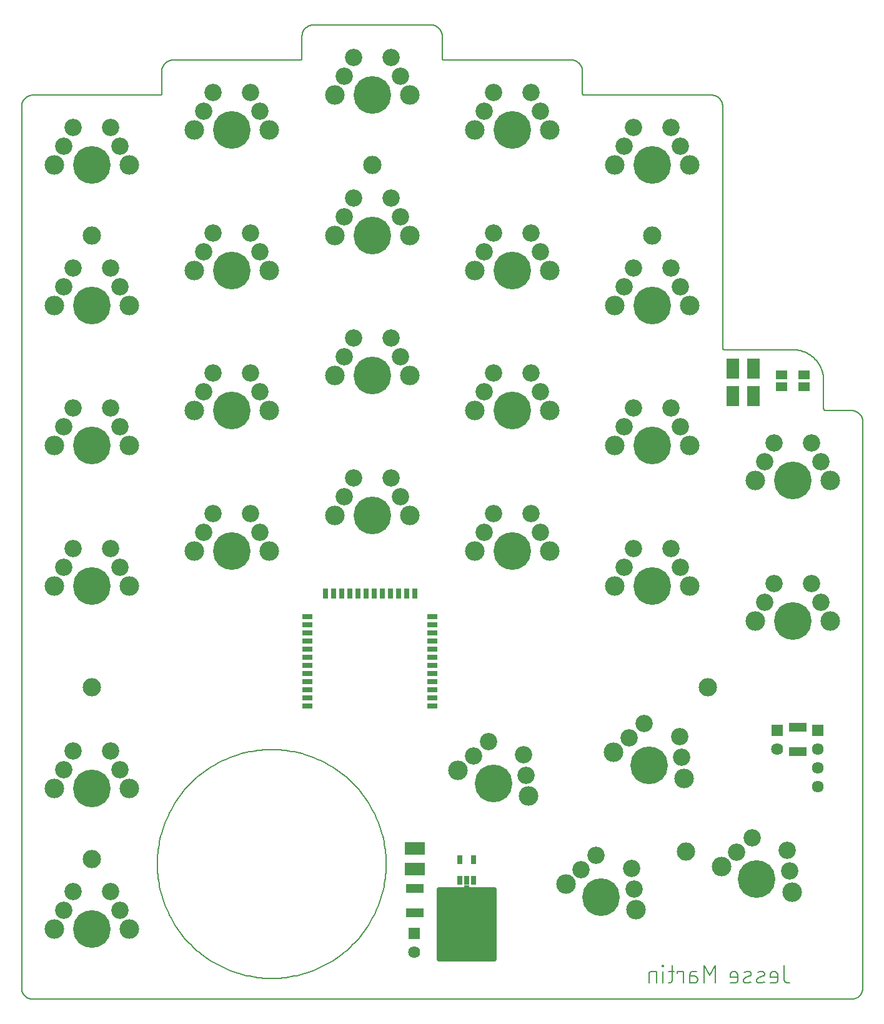
<source format=gbs>
G75*
%MOIN*%
%OFA0B0*%
%FSLAX25Y25*%
%IPPOS*%
%LPD*%
%AMOC8*
5,1,8,0,0,1.08239X$1,22.5*
%
%ADD10C,0.00600*%
%ADD11C,0.00800*%
%ADD12R,0.02756X0.01772*%
%ADD13C,0.02000*%
%ADD14C,0.09250*%
%ADD15C,0.10450*%
%ADD16C,0.20100*%
%ADD17R,0.06337X0.06337*%
%ADD18C,0.06337*%
%ADD19R,0.02900X0.05400*%
%ADD20R,0.05400X0.02900*%
%ADD21R,0.05912X0.04731*%
%ADD22R,0.02762X0.04731*%
%ADD23R,0.11030X0.06699*%
%ADD24R,0.06699X0.11030*%
%ADD25R,0.09455X0.04731*%
%ADD26R,0.06400X0.06400*%
%ADD27C,0.06400*%
%ADD28C,0.09775*%
D10*
X0089883Y0074135D02*
X0089883Y0544607D01*
X0089882Y0544607D02*
X0089884Y0544759D01*
X0089890Y0544911D01*
X0089900Y0545063D01*
X0089913Y0545214D01*
X0089931Y0545365D01*
X0089952Y0545516D01*
X0089978Y0545666D01*
X0090007Y0545815D01*
X0090040Y0545964D01*
X0090077Y0546111D01*
X0090117Y0546258D01*
X0090162Y0546403D01*
X0090210Y0546547D01*
X0090262Y0546690D01*
X0090317Y0546832D01*
X0090376Y0546972D01*
X0090439Y0547111D01*
X0090505Y0547248D01*
X0090575Y0547383D01*
X0090648Y0547516D01*
X0090725Y0547647D01*
X0090805Y0547777D01*
X0090888Y0547904D01*
X0090974Y0548029D01*
X0091064Y0548152D01*
X0091157Y0548272D01*
X0091253Y0548390D01*
X0091352Y0548506D01*
X0091454Y0548619D01*
X0091558Y0548729D01*
X0091666Y0548837D01*
X0091776Y0548941D01*
X0091889Y0549043D01*
X0092005Y0549142D01*
X0092123Y0549238D01*
X0092243Y0549331D01*
X0092366Y0549421D01*
X0092491Y0549507D01*
X0092618Y0549590D01*
X0092748Y0549670D01*
X0092879Y0549747D01*
X0093012Y0549820D01*
X0093147Y0549890D01*
X0093284Y0549956D01*
X0093423Y0550019D01*
X0093563Y0550078D01*
X0093705Y0550133D01*
X0093848Y0550185D01*
X0093992Y0550233D01*
X0094137Y0550278D01*
X0094284Y0550318D01*
X0094431Y0550355D01*
X0094580Y0550388D01*
X0094729Y0550417D01*
X0094879Y0550443D01*
X0095030Y0550464D01*
X0095181Y0550482D01*
X0095332Y0550495D01*
X0095484Y0550505D01*
X0095636Y0550511D01*
X0095788Y0550513D01*
X0163702Y0550513D01*
X0163764Y0550515D01*
X0163825Y0550521D01*
X0163886Y0550530D01*
X0163947Y0550544D01*
X0164006Y0550561D01*
X0164064Y0550582D01*
X0164121Y0550607D01*
X0164176Y0550635D01*
X0164229Y0550666D01*
X0164280Y0550701D01*
X0164329Y0550739D01*
X0164376Y0550780D01*
X0164419Y0550823D01*
X0164460Y0550870D01*
X0164498Y0550919D01*
X0164533Y0550970D01*
X0164564Y0551023D01*
X0164592Y0551078D01*
X0164617Y0551135D01*
X0164638Y0551193D01*
X0164655Y0551252D01*
X0164669Y0551313D01*
X0164678Y0551374D01*
X0164684Y0551435D01*
X0164686Y0551497D01*
X0164686Y0563308D01*
X0164685Y0563308D02*
X0164687Y0563460D01*
X0164693Y0563612D01*
X0164703Y0563764D01*
X0164716Y0563915D01*
X0164734Y0564066D01*
X0164755Y0564217D01*
X0164781Y0564367D01*
X0164810Y0564516D01*
X0164843Y0564665D01*
X0164880Y0564812D01*
X0164920Y0564959D01*
X0164965Y0565104D01*
X0165013Y0565248D01*
X0165065Y0565391D01*
X0165120Y0565533D01*
X0165179Y0565673D01*
X0165242Y0565812D01*
X0165308Y0565949D01*
X0165378Y0566084D01*
X0165451Y0566217D01*
X0165528Y0566348D01*
X0165608Y0566478D01*
X0165691Y0566605D01*
X0165777Y0566730D01*
X0165867Y0566853D01*
X0165960Y0566973D01*
X0166056Y0567091D01*
X0166155Y0567207D01*
X0166257Y0567320D01*
X0166361Y0567430D01*
X0166469Y0567538D01*
X0166579Y0567642D01*
X0166692Y0567744D01*
X0166808Y0567843D01*
X0166926Y0567939D01*
X0167046Y0568032D01*
X0167169Y0568122D01*
X0167294Y0568208D01*
X0167421Y0568291D01*
X0167551Y0568371D01*
X0167682Y0568448D01*
X0167815Y0568521D01*
X0167950Y0568591D01*
X0168087Y0568657D01*
X0168226Y0568720D01*
X0168366Y0568779D01*
X0168508Y0568834D01*
X0168651Y0568886D01*
X0168795Y0568934D01*
X0168940Y0568979D01*
X0169087Y0569019D01*
X0169234Y0569056D01*
X0169383Y0569089D01*
X0169532Y0569118D01*
X0169682Y0569144D01*
X0169833Y0569165D01*
X0169984Y0569183D01*
X0170135Y0569196D01*
X0170287Y0569206D01*
X0170439Y0569212D01*
X0170591Y0569214D01*
X0170591Y0569213D02*
X0238505Y0569213D01*
X0238505Y0569214D02*
X0238567Y0569216D01*
X0238628Y0569222D01*
X0238689Y0569231D01*
X0238750Y0569245D01*
X0238809Y0569262D01*
X0238867Y0569283D01*
X0238924Y0569308D01*
X0238979Y0569336D01*
X0239032Y0569367D01*
X0239083Y0569402D01*
X0239132Y0569440D01*
X0239179Y0569481D01*
X0239222Y0569524D01*
X0239263Y0569571D01*
X0239301Y0569620D01*
X0239336Y0569671D01*
X0239367Y0569724D01*
X0239395Y0569779D01*
X0239420Y0569836D01*
X0239441Y0569894D01*
X0239458Y0569953D01*
X0239472Y0570014D01*
X0239481Y0570075D01*
X0239487Y0570136D01*
X0239489Y0570198D01*
X0239489Y0582009D01*
X0239488Y0582009D02*
X0239490Y0582161D01*
X0239496Y0582313D01*
X0239506Y0582465D01*
X0239519Y0582616D01*
X0239537Y0582767D01*
X0239558Y0582918D01*
X0239584Y0583068D01*
X0239613Y0583217D01*
X0239646Y0583366D01*
X0239683Y0583513D01*
X0239723Y0583660D01*
X0239768Y0583805D01*
X0239816Y0583949D01*
X0239868Y0584092D01*
X0239923Y0584234D01*
X0239982Y0584374D01*
X0240045Y0584513D01*
X0240111Y0584650D01*
X0240181Y0584785D01*
X0240254Y0584918D01*
X0240331Y0585049D01*
X0240411Y0585179D01*
X0240494Y0585306D01*
X0240580Y0585431D01*
X0240670Y0585554D01*
X0240763Y0585674D01*
X0240859Y0585792D01*
X0240958Y0585908D01*
X0241060Y0586021D01*
X0241164Y0586131D01*
X0241272Y0586239D01*
X0241382Y0586343D01*
X0241495Y0586445D01*
X0241611Y0586544D01*
X0241729Y0586640D01*
X0241849Y0586733D01*
X0241972Y0586823D01*
X0242097Y0586909D01*
X0242224Y0586992D01*
X0242354Y0587072D01*
X0242485Y0587149D01*
X0242618Y0587222D01*
X0242753Y0587292D01*
X0242890Y0587358D01*
X0243029Y0587421D01*
X0243169Y0587480D01*
X0243311Y0587535D01*
X0243454Y0587587D01*
X0243598Y0587635D01*
X0243743Y0587680D01*
X0243890Y0587720D01*
X0244037Y0587757D01*
X0244186Y0587790D01*
X0244335Y0587819D01*
X0244485Y0587845D01*
X0244636Y0587866D01*
X0244787Y0587884D01*
X0244938Y0587897D01*
X0245090Y0587907D01*
X0245242Y0587913D01*
X0245394Y0587915D01*
X0245394Y0587914D02*
X0308387Y0587914D01*
X0308387Y0587915D02*
X0308539Y0587913D01*
X0308691Y0587907D01*
X0308843Y0587897D01*
X0308994Y0587884D01*
X0309145Y0587866D01*
X0309296Y0587845D01*
X0309446Y0587819D01*
X0309595Y0587790D01*
X0309744Y0587757D01*
X0309891Y0587720D01*
X0310038Y0587680D01*
X0310183Y0587635D01*
X0310327Y0587587D01*
X0310470Y0587535D01*
X0310612Y0587480D01*
X0310752Y0587421D01*
X0310891Y0587358D01*
X0311028Y0587292D01*
X0311163Y0587222D01*
X0311296Y0587149D01*
X0311427Y0587072D01*
X0311557Y0586992D01*
X0311684Y0586909D01*
X0311809Y0586823D01*
X0311932Y0586733D01*
X0312052Y0586640D01*
X0312170Y0586544D01*
X0312286Y0586445D01*
X0312399Y0586343D01*
X0312509Y0586239D01*
X0312617Y0586131D01*
X0312721Y0586021D01*
X0312823Y0585908D01*
X0312922Y0585792D01*
X0313018Y0585674D01*
X0313111Y0585554D01*
X0313201Y0585431D01*
X0313287Y0585306D01*
X0313370Y0585179D01*
X0313450Y0585049D01*
X0313527Y0584918D01*
X0313600Y0584785D01*
X0313670Y0584650D01*
X0313736Y0584513D01*
X0313799Y0584374D01*
X0313858Y0584234D01*
X0313913Y0584092D01*
X0313965Y0583949D01*
X0314013Y0583805D01*
X0314058Y0583660D01*
X0314098Y0583513D01*
X0314135Y0583366D01*
X0314168Y0583217D01*
X0314197Y0583068D01*
X0314223Y0582918D01*
X0314244Y0582767D01*
X0314262Y0582616D01*
X0314275Y0582465D01*
X0314285Y0582313D01*
X0314291Y0582161D01*
X0314293Y0582009D01*
X0314292Y0582009D02*
X0314292Y0570198D01*
X0314294Y0570136D01*
X0314300Y0570075D01*
X0314309Y0570014D01*
X0314323Y0569953D01*
X0314340Y0569894D01*
X0314361Y0569836D01*
X0314386Y0569779D01*
X0314414Y0569724D01*
X0314445Y0569671D01*
X0314480Y0569620D01*
X0314518Y0569571D01*
X0314559Y0569524D01*
X0314602Y0569481D01*
X0314649Y0569440D01*
X0314698Y0569402D01*
X0314749Y0569367D01*
X0314802Y0569336D01*
X0314857Y0569308D01*
X0314914Y0569283D01*
X0314972Y0569262D01*
X0315031Y0569245D01*
X0315092Y0569231D01*
X0315153Y0569222D01*
X0315214Y0569216D01*
X0315276Y0569214D01*
X0315276Y0569213D02*
X0383190Y0569213D01*
X0383190Y0569214D02*
X0383342Y0569212D01*
X0383494Y0569206D01*
X0383646Y0569196D01*
X0383797Y0569183D01*
X0383948Y0569165D01*
X0384099Y0569144D01*
X0384249Y0569118D01*
X0384398Y0569089D01*
X0384547Y0569056D01*
X0384694Y0569019D01*
X0384841Y0568979D01*
X0384986Y0568934D01*
X0385130Y0568886D01*
X0385273Y0568834D01*
X0385415Y0568779D01*
X0385555Y0568720D01*
X0385694Y0568657D01*
X0385831Y0568591D01*
X0385966Y0568521D01*
X0386099Y0568448D01*
X0386230Y0568371D01*
X0386360Y0568291D01*
X0386487Y0568208D01*
X0386612Y0568122D01*
X0386735Y0568032D01*
X0386855Y0567939D01*
X0386973Y0567843D01*
X0387089Y0567744D01*
X0387202Y0567642D01*
X0387312Y0567538D01*
X0387420Y0567430D01*
X0387524Y0567320D01*
X0387626Y0567207D01*
X0387725Y0567091D01*
X0387821Y0566973D01*
X0387914Y0566853D01*
X0388004Y0566730D01*
X0388090Y0566605D01*
X0388173Y0566478D01*
X0388253Y0566348D01*
X0388330Y0566217D01*
X0388403Y0566084D01*
X0388473Y0565949D01*
X0388539Y0565812D01*
X0388602Y0565673D01*
X0388661Y0565533D01*
X0388716Y0565391D01*
X0388768Y0565248D01*
X0388816Y0565104D01*
X0388861Y0564959D01*
X0388901Y0564812D01*
X0388938Y0564665D01*
X0388971Y0564516D01*
X0389000Y0564367D01*
X0389026Y0564217D01*
X0389047Y0564066D01*
X0389065Y0563915D01*
X0389078Y0563764D01*
X0389088Y0563612D01*
X0389094Y0563460D01*
X0389096Y0563308D01*
X0389095Y0563308D02*
X0389095Y0551497D01*
X0389096Y0551497D02*
X0389098Y0551435D01*
X0389104Y0551374D01*
X0389113Y0551313D01*
X0389127Y0551252D01*
X0389144Y0551193D01*
X0389165Y0551135D01*
X0389190Y0551078D01*
X0389218Y0551023D01*
X0389249Y0550970D01*
X0389284Y0550919D01*
X0389322Y0550870D01*
X0389363Y0550823D01*
X0389406Y0550780D01*
X0389453Y0550739D01*
X0389502Y0550701D01*
X0389553Y0550666D01*
X0389606Y0550635D01*
X0389661Y0550607D01*
X0389718Y0550582D01*
X0389776Y0550561D01*
X0389835Y0550544D01*
X0389896Y0550530D01*
X0389957Y0550521D01*
X0390018Y0550515D01*
X0390080Y0550513D01*
X0457993Y0550513D01*
X0458145Y0550511D01*
X0458297Y0550505D01*
X0458449Y0550495D01*
X0458600Y0550482D01*
X0458751Y0550464D01*
X0458902Y0550443D01*
X0459052Y0550417D01*
X0459201Y0550388D01*
X0459350Y0550355D01*
X0459497Y0550318D01*
X0459644Y0550278D01*
X0459789Y0550233D01*
X0459933Y0550185D01*
X0460076Y0550133D01*
X0460218Y0550078D01*
X0460358Y0550019D01*
X0460497Y0549956D01*
X0460634Y0549890D01*
X0460769Y0549820D01*
X0460902Y0549747D01*
X0461033Y0549670D01*
X0461163Y0549590D01*
X0461290Y0549507D01*
X0461415Y0549421D01*
X0461538Y0549331D01*
X0461658Y0549238D01*
X0461776Y0549142D01*
X0461892Y0549043D01*
X0462005Y0548941D01*
X0462115Y0548837D01*
X0462223Y0548729D01*
X0462327Y0548619D01*
X0462429Y0548506D01*
X0462528Y0548390D01*
X0462624Y0548272D01*
X0462717Y0548152D01*
X0462807Y0548029D01*
X0462893Y0547904D01*
X0462976Y0547777D01*
X0463056Y0547647D01*
X0463133Y0547516D01*
X0463206Y0547383D01*
X0463276Y0547248D01*
X0463342Y0547111D01*
X0463405Y0546972D01*
X0463464Y0546832D01*
X0463519Y0546690D01*
X0463571Y0546547D01*
X0463619Y0546403D01*
X0463664Y0546258D01*
X0463704Y0546111D01*
X0463741Y0545964D01*
X0463774Y0545815D01*
X0463803Y0545666D01*
X0463829Y0545516D01*
X0463850Y0545365D01*
X0463868Y0545214D01*
X0463881Y0545063D01*
X0463891Y0544911D01*
X0463897Y0544759D01*
X0463899Y0544607D01*
X0463898Y0544607D02*
X0463898Y0415670D01*
X0463899Y0415670D02*
X0463901Y0415608D01*
X0463907Y0415547D01*
X0463916Y0415486D01*
X0463930Y0415425D01*
X0463947Y0415366D01*
X0463968Y0415308D01*
X0463993Y0415251D01*
X0464021Y0415196D01*
X0464052Y0415143D01*
X0464087Y0415092D01*
X0464125Y0415043D01*
X0464166Y0414996D01*
X0464209Y0414953D01*
X0464256Y0414912D01*
X0464305Y0414874D01*
X0464356Y0414839D01*
X0464409Y0414808D01*
X0464464Y0414780D01*
X0464521Y0414755D01*
X0464579Y0414734D01*
X0464638Y0414717D01*
X0464699Y0414703D01*
X0464760Y0414694D01*
X0464821Y0414688D01*
X0464883Y0414686D01*
X0501300Y0414686D01*
X0501300Y0414685D02*
X0501700Y0414680D01*
X0502099Y0414666D01*
X0502498Y0414642D01*
X0502896Y0414608D01*
X0503293Y0414564D01*
X0503689Y0414511D01*
X0504084Y0414449D01*
X0504477Y0414377D01*
X0504868Y0414295D01*
X0505257Y0414205D01*
X0505644Y0414104D01*
X0506028Y0413995D01*
X0506410Y0413876D01*
X0506788Y0413748D01*
X0507163Y0413610D01*
X0507535Y0413464D01*
X0507903Y0413309D01*
X0508268Y0413145D01*
X0508628Y0412972D01*
X0508984Y0412791D01*
X0509336Y0412601D01*
X0509683Y0412403D01*
X0510025Y0412196D01*
X0510361Y0411981D01*
X0510693Y0411758D01*
X0511019Y0411527D01*
X0511339Y0411288D01*
X0511654Y0411042D01*
X0511962Y0410788D01*
X0512265Y0410527D01*
X0512561Y0410258D01*
X0512850Y0409982D01*
X0513132Y0409700D01*
X0513408Y0409411D01*
X0513677Y0409115D01*
X0513938Y0408812D01*
X0514192Y0408504D01*
X0514438Y0408189D01*
X0514677Y0407869D01*
X0514908Y0407543D01*
X0515131Y0407211D01*
X0515346Y0406875D01*
X0515553Y0406533D01*
X0515751Y0406186D01*
X0515941Y0405834D01*
X0516122Y0405478D01*
X0516295Y0405118D01*
X0516459Y0404753D01*
X0516614Y0404385D01*
X0516760Y0404013D01*
X0516898Y0403638D01*
X0517026Y0403260D01*
X0517145Y0402878D01*
X0517254Y0402494D01*
X0517355Y0402107D01*
X0517445Y0401718D01*
X0517527Y0401327D01*
X0517599Y0400934D01*
X0517661Y0400539D01*
X0517714Y0400143D01*
X0517758Y0399746D01*
X0517792Y0399348D01*
X0517816Y0398949D01*
X0517830Y0398550D01*
X0517835Y0398150D01*
X0517835Y0383190D01*
X0517836Y0383190D02*
X0517838Y0383128D01*
X0517844Y0383067D01*
X0517853Y0383006D01*
X0517867Y0382945D01*
X0517884Y0382886D01*
X0517905Y0382828D01*
X0517930Y0382771D01*
X0517958Y0382716D01*
X0517989Y0382663D01*
X0518024Y0382612D01*
X0518062Y0382563D01*
X0518103Y0382516D01*
X0518146Y0382473D01*
X0518193Y0382432D01*
X0518242Y0382394D01*
X0518293Y0382359D01*
X0518346Y0382328D01*
X0518401Y0382300D01*
X0518458Y0382275D01*
X0518516Y0382254D01*
X0518575Y0382237D01*
X0518636Y0382223D01*
X0518697Y0382214D01*
X0518758Y0382208D01*
X0518820Y0382206D01*
X0532796Y0382206D01*
X0532948Y0382204D01*
X0533100Y0382198D01*
X0533252Y0382188D01*
X0533403Y0382175D01*
X0533554Y0382157D01*
X0533705Y0382136D01*
X0533855Y0382110D01*
X0534004Y0382081D01*
X0534153Y0382048D01*
X0534300Y0382011D01*
X0534447Y0381971D01*
X0534592Y0381926D01*
X0534736Y0381878D01*
X0534879Y0381826D01*
X0535021Y0381771D01*
X0535161Y0381712D01*
X0535300Y0381649D01*
X0535437Y0381583D01*
X0535572Y0381513D01*
X0535705Y0381440D01*
X0535836Y0381363D01*
X0535966Y0381283D01*
X0536093Y0381200D01*
X0536218Y0381114D01*
X0536341Y0381024D01*
X0536461Y0380931D01*
X0536579Y0380835D01*
X0536695Y0380736D01*
X0536808Y0380634D01*
X0536918Y0380530D01*
X0537026Y0380422D01*
X0537130Y0380312D01*
X0537232Y0380199D01*
X0537331Y0380083D01*
X0537427Y0379965D01*
X0537520Y0379845D01*
X0537610Y0379722D01*
X0537696Y0379597D01*
X0537779Y0379470D01*
X0537859Y0379340D01*
X0537936Y0379209D01*
X0538009Y0379076D01*
X0538079Y0378941D01*
X0538145Y0378804D01*
X0538208Y0378665D01*
X0538267Y0378525D01*
X0538322Y0378383D01*
X0538374Y0378240D01*
X0538422Y0378096D01*
X0538467Y0377951D01*
X0538507Y0377804D01*
X0538544Y0377657D01*
X0538577Y0377508D01*
X0538606Y0377359D01*
X0538632Y0377209D01*
X0538653Y0377058D01*
X0538671Y0376907D01*
X0538684Y0376756D01*
X0538694Y0376604D01*
X0538700Y0376452D01*
X0538702Y0376300D01*
X0538702Y0074135D01*
X0538700Y0073983D01*
X0538694Y0073831D01*
X0538684Y0073679D01*
X0538671Y0073528D01*
X0538653Y0073377D01*
X0538632Y0073226D01*
X0538606Y0073076D01*
X0538577Y0072927D01*
X0538544Y0072778D01*
X0538507Y0072631D01*
X0538467Y0072484D01*
X0538422Y0072339D01*
X0538374Y0072195D01*
X0538322Y0072052D01*
X0538267Y0071910D01*
X0538208Y0071770D01*
X0538145Y0071631D01*
X0538079Y0071494D01*
X0538009Y0071359D01*
X0537936Y0071226D01*
X0537859Y0071095D01*
X0537779Y0070965D01*
X0537696Y0070838D01*
X0537610Y0070713D01*
X0537520Y0070590D01*
X0537427Y0070470D01*
X0537331Y0070352D01*
X0537232Y0070236D01*
X0537130Y0070123D01*
X0537026Y0070013D01*
X0536918Y0069905D01*
X0536808Y0069801D01*
X0536695Y0069699D01*
X0536579Y0069600D01*
X0536461Y0069504D01*
X0536341Y0069411D01*
X0536218Y0069321D01*
X0536093Y0069235D01*
X0535966Y0069152D01*
X0535836Y0069072D01*
X0535705Y0068995D01*
X0535572Y0068922D01*
X0535437Y0068852D01*
X0535300Y0068786D01*
X0535161Y0068723D01*
X0535021Y0068664D01*
X0534879Y0068609D01*
X0534736Y0068557D01*
X0534592Y0068509D01*
X0534447Y0068464D01*
X0534300Y0068424D01*
X0534153Y0068387D01*
X0534004Y0068354D01*
X0533855Y0068325D01*
X0533705Y0068299D01*
X0533554Y0068278D01*
X0533403Y0068260D01*
X0533252Y0068247D01*
X0533100Y0068237D01*
X0532948Y0068231D01*
X0532796Y0068229D01*
X0095788Y0068229D01*
X0095636Y0068231D01*
X0095484Y0068237D01*
X0095332Y0068247D01*
X0095181Y0068260D01*
X0095030Y0068278D01*
X0094879Y0068299D01*
X0094729Y0068325D01*
X0094580Y0068354D01*
X0094431Y0068387D01*
X0094284Y0068424D01*
X0094137Y0068464D01*
X0093992Y0068509D01*
X0093848Y0068557D01*
X0093705Y0068609D01*
X0093563Y0068664D01*
X0093423Y0068723D01*
X0093284Y0068786D01*
X0093147Y0068852D01*
X0093012Y0068922D01*
X0092879Y0068995D01*
X0092748Y0069072D01*
X0092618Y0069152D01*
X0092491Y0069235D01*
X0092366Y0069321D01*
X0092243Y0069411D01*
X0092123Y0069504D01*
X0092005Y0069600D01*
X0091889Y0069699D01*
X0091776Y0069801D01*
X0091666Y0069905D01*
X0091558Y0070013D01*
X0091454Y0070123D01*
X0091352Y0070236D01*
X0091253Y0070352D01*
X0091157Y0070470D01*
X0091064Y0070590D01*
X0090974Y0070713D01*
X0090888Y0070838D01*
X0090805Y0070965D01*
X0090725Y0071095D01*
X0090648Y0071226D01*
X0090575Y0071359D01*
X0090505Y0071494D01*
X0090439Y0071631D01*
X0090376Y0071770D01*
X0090317Y0071910D01*
X0090262Y0072052D01*
X0090210Y0072195D01*
X0090162Y0072339D01*
X0090117Y0072484D01*
X0090077Y0072631D01*
X0090040Y0072778D01*
X0090007Y0072927D01*
X0089978Y0073076D01*
X0089952Y0073226D01*
X0089931Y0073377D01*
X0089913Y0073528D01*
X0089900Y0073679D01*
X0089890Y0073831D01*
X0089884Y0073983D01*
X0089882Y0074135D01*
X0162323Y0140276D02*
X0162341Y0141774D01*
X0162397Y0143270D01*
X0162488Y0144765D01*
X0162617Y0146257D01*
X0162782Y0147746D01*
X0162983Y0149230D01*
X0163221Y0150709D01*
X0163496Y0152181D01*
X0163806Y0153646D01*
X0164152Y0155104D01*
X0164534Y0156552D01*
X0164951Y0157990D01*
X0165403Y0159418D01*
X0165890Y0160834D01*
X0166412Y0162238D01*
X0166968Y0163629D01*
X0167558Y0165005D01*
X0168182Y0166367D01*
X0168839Y0167713D01*
X0169529Y0169043D01*
X0170251Y0170355D01*
X0171005Y0171649D01*
X0171791Y0172924D01*
X0172607Y0174179D01*
X0173455Y0175414D01*
X0174332Y0176628D01*
X0175239Y0177820D01*
X0176175Y0178989D01*
X0177139Y0180135D01*
X0178131Y0181257D01*
X0179151Y0182355D01*
X0180197Y0183426D01*
X0181268Y0184472D01*
X0182366Y0185492D01*
X0183488Y0186484D01*
X0184634Y0187448D01*
X0185803Y0188384D01*
X0186995Y0189291D01*
X0188209Y0190168D01*
X0189444Y0191016D01*
X0190699Y0191832D01*
X0191974Y0192618D01*
X0193268Y0193372D01*
X0194580Y0194094D01*
X0195910Y0194784D01*
X0197256Y0195441D01*
X0198618Y0196065D01*
X0199994Y0196655D01*
X0201385Y0197211D01*
X0202789Y0197733D01*
X0204205Y0198220D01*
X0205633Y0198672D01*
X0207071Y0199089D01*
X0208519Y0199471D01*
X0209977Y0199817D01*
X0211442Y0200127D01*
X0212914Y0200402D01*
X0214393Y0200640D01*
X0215877Y0200841D01*
X0217366Y0201006D01*
X0218858Y0201135D01*
X0220353Y0201226D01*
X0221849Y0201282D01*
X0223347Y0201300D01*
X0224845Y0201282D01*
X0226341Y0201226D01*
X0227836Y0201135D01*
X0229328Y0201006D01*
X0230817Y0200841D01*
X0232301Y0200640D01*
X0233780Y0200402D01*
X0235252Y0200127D01*
X0236717Y0199817D01*
X0238175Y0199471D01*
X0239623Y0199089D01*
X0241061Y0198672D01*
X0242489Y0198220D01*
X0243905Y0197733D01*
X0245309Y0197211D01*
X0246700Y0196655D01*
X0248076Y0196065D01*
X0249438Y0195441D01*
X0250784Y0194784D01*
X0252114Y0194094D01*
X0253426Y0193372D01*
X0254720Y0192618D01*
X0255995Y0191832D01*
X0257250Y0191016D01*
X0258485Y0190168D01*
X0259699Y0189291D01*
X0260891Y0188384D01*
X0262060Y0187448D01*
X0263206Y0186484D01*
X0264328Y0185492D01*
X0265426Y0184472D01*
X0266497Y0183426D01*
X0267543Y0182355D01*
X0268563Y0181257D01*
X0269555Y0180135D01*
X0270519Y0178989D01*
X0271455Y0177820D01*
X0272362Y0176628D01*
X0273239Y0175414D01*
X0274087Y0174179D01*
X0274903Y0172924D01*
X0275689Y0171649D01*
X0276443Y0170355D01*
X0277165Y0169043D01*
X0277855Y0167713D01*
X0278512Y0166367D01*
X0279136Y0165005D01*
X0279726Y0163629D01*
X0280282Y0162238D01*
X0280804Y0160834D01*
X0281291Y0159418D01*
X0281743Y0157990D01*
X0282160Y0156552D01*
X0282542Y0155104D01*
X0282888Y0153646D01*
X0283198Y0152181D01*
X0283473Y0150709D01*
X0283711Y0149230D01*
X0283912Y0147746D01*
X0284077Y0146257D01*
X0284206Y0144765D01*
X0284297Y0143270D01*
X0284353Y0141774D01*
X0284371Y0140276D01*
X0284353Y0138778D01*
X0284297Y0137282D01*
X0284206Y0135787D01*
X0284077Y0134295D01*
X0283912Y0132806D01*
X0283711Y0131322D01*
X0283473Y0129843D01*
X0283198Y0128371D01*
X0282888Y0126906D01*
X0282542Y0125448D01*
X0282160Y0124000D01*
X0281743Y0122562D01*
X0281291Y0121134D01*
X0280804Y0119718D01*
X0280282Y0118314D01*
X0279726Y0116923D01*
X0279136Y0115547D01*
X0278512Y0114185D01*
X0277855Y0112839D01*
X0277165Y0111509D01*
X0276443Y0110197D01*
X0275689Y0108903D01*
X0274903Y0107628D01*
X0274087Y0106373D01*
X0273239Y0105138D01*
X0272362Y0103924D01*
X0271455Y0102732D01*
X0270519Y0101563D01*
X0269555Y0100417D01*
X0268563Y0099295D01*
X0267543Y0098197D01*
X0266497Y0097126D01*
X0265426Y0096080D01*
X0264328Y0095060D01*
X0263206Y0094068D01*
X0262060Y0093104D01*
X0260891Y0092168D01*
X0259699Y0091261D01*
X0258485Y0090384D01*
X0257250Y0089536D01*
X0255995Y0088720D01*
X0254720Y0087934D01*
X0253426Y0087180D01*
X0252114Y0086458D01*
X0250784Y0085768D01*
X0249438Y0085111D01*
X0248076Y0084487D01*
X0246700Y0083897D01*
X0245309Y0083341D01*
X0243905Y0082819D01*
X0242489Y0082332D01*
X0241061Y0081880D01*
X0239623Y0081463D01*
X0238175Y0081081D01*
X0236717Y0080735D01*
X0235252Y0080425D01*
X0233780Y0080150D01*
X0232301Y0079912D01*
X0230817Y0079711D01*
X0229328Y0079546D01*
X0227836Y0079417D01*
X0226341Y0079326D01*
X0224845Y0079270D01*
X0223347Y0079252D01*
X0221849Y0079270D01*
X0220353Y0079326D01*
X0218858Y0079417D01*
X0217366Y0079546D01*
X0215877Y0079711D01*
X0214393Y0079912D01*
X0212914Y0080150D01*
X0211442Y0080425D01*
X0209977Y0080735D01*
X0208519Y0081081D01*
X0207071Y0081463D01*
X0205633Y0081880D01*
X0204205Y0082332D01*
X0202789Y0082819D01*
X0201385Y0083341D01*
X0199994Y0083897D01*
X0198618Y0084487D01*
X0197256Y0085111D01*
X0195910Y0085768D01*
X0194580Y0086458D01*
X0193268Y0087180D01*
X0191974Y0087934D01*
X0190699Y0088720D01*
X0189444Y0089536D01*
X0188209Y0090384D01*
X0186995Y0091261D01*
X0185803Y0092168D01*
X0184634Y0093104D01*
X0183488Y0094068D01*
X0182366Y0095060D01*
X0181268Y0096080D01*
X0180197Y0097126D01*
X0179151Y0098197D01*
X0178131Y0099295D01*
X0177139Y0100417D01*
X0176175Y0101563D01*
X0175239Y0102732D01*
X0174332Y0103924D01*
X0173455Y0105138D01*
X0172607Y0106373D01*
X0171791Y0107628D01*
X0171005Y0108903D01*
X0170251Y0110197D01*
X0169529Y0111509D01*
X0168839Y0112839D01*
X0168182Y0114185D01*
X0167558Y0115547D01*
X0166968Y0116923D01*
X0166412Y0118314D01*
X0165890Y0119718D01*
X0165403Y0121134D01*
X0164951Y0122562D01*
X0164534Y0124000D01*
X0164152Y0125448D01*
X0163806Y0126906D01*
X0163496Y0128371D01*
X0163221Y0129843D01*
X0162983Y0131322D01*
X0162782Y0132806D01*
X0162617Y0134295D01*
X0162488Y0135787D01*
X0162397Y0137282D01*
X0162341Y0138778D01*
X0162323Y0140276D01*
D11*
X0424565Y0081497D02*
X0424565Y0076897D01*
X0428654Y0076897D02*
X0428654Y0083030D01*
X0426099Y0083030D01*
X0426021Y0083028D01*
X0425944Y0083022D01*
X0425867Y0083012D01*
X0425790Y0082999D01*
X0425715Y0082981D01*
X0425640Y0082960D01*
X0425567Y0082935D01*
X0425494Y0082906D01*
X0425424Y0082873D01*
X0425355Y0082837D01*
X0425288Y0082798D01*
X0425223Y0082755D01*
X0425161Y0082709D01*
X0425100Y0082660D01*
X0425043Y0082608D01*
X0424988Y0082553D01*
X0424936Y0082496D01*
X0424887Y0082435D01*
X0424841Y0082373D01*
X0424798Y0082308D01*
X0424759Y0082241D01*
X0424723Y0082172D01*
X0424690Y0082102D01*
X0424661Y0082029D01*
X0424636Y0081956D01*
X0424615Y0081881D01*
X0424597Y0081806D01*
X0424584Y0081729D01*
X0424574Y0081652D01*
X0424568Y0081575D01*
X0424566Y0081497D01*
X0432090Y0083030D02*
X0432090Y0076897D01*
X0434973Y0076897D02*
X0435485Y0076897D01*
X0435484Y0076897D02*
X0435562Y0076899D01*
X0435639Y0076905D01*
X0435716Y0076915D01*
X0435793Y0076928D01*
X0435868Y0076946D01*
X0435943Y0076967D01*
X0436016Y0076992D01*
X0436089Y0077021D01*
X0436159Y0077054D01*
X0436228Y0077090D01*
X0436295Y0077129D01*
X0436360Y0077172D01*
X0436422Y0077218D01*
X0436483Y0077267D01*
X0436540Y0077319D01*
X0436595Y0077374D01*
X0436647Y0077431D01*
X0436696Y0077492D01*
X0436742Y0077554D01*
X0436785Y0077619D01*
X0436824Y0077686D01*
X0436860Y0077755D01*
X0436893Y0077825D01*
X0436922Y0077898D01*
X0436947Y0077971D01*
X0436968Y0078046D01*
X0436986Y0078121D01*
X0436999Y0078198D01*
X0437009Y0078275D01*
X0437015Y0078352D01*
X0437017Y0078430D01*
X0437018Y0078430D02*
X0437018Y0086097D01*
X0438040Y0083030D02*
X0434973Y0083030D01*
X0432345Y0085586D02*
X0431834Y0085586D01*
X0431834Y0086097D01*
X0432345Y0086097D01*
X0432345Y0085586D01*
X0439810Y0083030D02*
X0439810Y0082008D01*
X0439810Y0083030D02*
X0442877Y0083030D01*
X0442877Y0076897D01*
X0446505Y0076897D02*
X0446505Y0081497D01*
X0446505Y0080475D02*
X0448805Y0080475D01*
X0446506Y0081497D02*
X0446508Y0081572D01*
X0446513Y0081647D01*
X0446523Y0081722D01*
X0446535Y0081796D01*
X0446552Y0081869D01*
X0446572Y0081942D01*
X0446596Y0082013D01*
X0446623Y0082084D01*
X0446653Y0082152D01*
X0446687Y0082220D01*
X0446724Y0082285D01*
X0446764Y0082349D01*
X0446808Y0082410D01*
X0446854Y0082470D01*
X0446903Y0082527D01*
X0446955Y0082581D01*
X0447010Y0082633D01*
X0447066Y0082682D01*
X0447126Y0082728D01*
X0447187Y0082772D01*
X0447251Y0082812D01*
X0447316Y0082849D01*
X0447384Y0082883D01*
X0447452Y0082913D01*
X0447523Y0082940D01*
X0447594Y0082964D01*
X0447667Y0082984D01*
X0447740Y0083001D01*
X0447814Y0083013D01*
X0447889Y0083023D01*
X0447964Y0083028D01*
X0448039Y0083030D01*
X0450083Y0083030D01*
X0448805Y0080475D02*
X0448889Y0080473D01*
X0448973Y0080467D01*
X0449056Y0080457D01*
X0449139Y0080444D01*
X0449221Y0080426D01*
X0449302Y0080405D01*
X0449382Y0080379D01*
X0449460Y0080351D01*
X0449538Y0080318D01*
X0449613Y0080282D01*
X0449687Y0080242D01*
X0449759Y0080199D01*
X0449829Y0080153D01*
X0449897Y0080103D01*
X0449962Y0080050D01*
X0450025Y0079995D01*
X0450085Y0079936D01*
X0450142Y0079875D01*
X0450196Y0079811D01*
X0450247Y0079744D01*
X0450295Y0079676D01*
X0450340Y0079605D01*
X0450382Y0079532D01*
X0450419Y0079457D01*
X0450454Y0079380D01*
X0450485Y0079302D01*
X0450512Y0079223D01*
X0450535Y0079142D01*
X0450554Y0079061D01*
X0450570Y0078978D01*
X0450582Y0078895D01*
X0450590Y0078812D01*
X0450594Y0078728D01*
X0450594Y0078644D01*
X0450590Y0078560D01*
X0450582Y0078477D01*
X0450570Y0078394D01*
X0450554Y0078311D01*
X0450535Y0078230D01*
X0450512Y0078149D01*
X0450485Y0078070D01*
X0450454Y0077992D01*
X0450419Y0077915D01*
X0450382Y0077840D01*
X0450340Y0077767D01*
X0450295Y0077696D01*
X0450247Y0077628D01*
X0450196Y0077561D01*
X0450142Y0077497D01*
X0450085Y0077436D01*
X0450025Y0077377D01*
X0449962Y0077322D01*
X0449897Y0077269D01*
X0449829Y0077219D01*
X0449759Y0077173D01*
X0449687Y0077130D01*
X0449613Y0077090D01*
X0449538Y0077054D01*
X0449460Y0077021D01*
X0449382Y0076993D01*
X0449302Y0076967D01*
X0449221Y0076946D01*
X0449139Y0076928D01*
X0449056Y0076915D01*
X0448973Y0076905D01*
X0448889Y0076899D01*
X0448805Y0076897D01*
X0446505Y0076897D01*
X0453957Y0076897D02*
X0453957Y0086097D01*
X0457024Y0080986D01*
X0460090Y0086097D01*
X0460090Y0076897D01*
X0467857Y0076897D02*
X0470413Y0076897D01*
X0470488Y0076899D01*
X0470563Y0076904D01*
X0470638Y0076914D01*
X0470712Y0076926D01*
X0470785Y0076943D01*
X0470858Y0076963D01*
X0470929Y0076987D01*
X0471000Y0077014D01*
X0471068Y0077044D01*
X0471136Y0077078D01*
X0471201Y0077115D01*
X0471265Y0077155D01*
X0471326Y0077199D01*
X0471386Y0077245D01*
X0471443Y0077294D01*
X0471497Y0077346D01*
X0471549Y0077401D01*
X0471598Y0077457D01*
X0471644Y0077517D01*
X0471688Y0077578D01*
X0471728Y0077642D01*
X0471765Y0077707D01*
X0471799Y0077775D01*
X0471829Y0077843D01*
X0471856Y0077914D01*
X0471880Y0077985D01*
X0471900Y0078058D01*
X0471917Y0078131D01*
X0471929Y0078205D01*
X0471939Y0078280D01*
X0471944Y0078355D01*
X0471946Y0078430D01*
X0471946Y0080986D01*
X0471946Y0079964D02*
X0467857Y0079964D01*
X0467857Y0080986D01*
X0467858Y0080986D02*
X0467860Y0081075D01*
X0467866Y0081164D01*
X0467875Y0081253D01*
X0467889Y0081341D01*
X0467906Y0081428D01*
X0467928Y0081515D01*
X0467953Y0081601D01*
X0467981Y0081685D01*
X0468014Y0081768D01*
X0468050Y0081850D01*
X0468089Y0081930D01*
X0468132Y0082008D01*
X0468178Y0082084D01*
X0468228Y0082158D01*
X0468280Y0082230D01*
X0468336Y0082300D01*
X0468395Y0082367D01*
X0468457Y0082431D01*
X0468521Y0082493D01*
X0468588Y0082552D01*
X0468658Y0082608D01*
X0468730Y0082660D01*
X0468804Y0082710D01*
X0468880Y0082756D01*
X0468958Y0082799D01*
X0469038Y0082838D01*
X0469120Y0082874D01*
X0469203Y0082907D01*
X0469287Y0082935D01*
X0469373Y0082960D01*
X0469460Y0082982D01*
X0469547Y0082999D01*
X0469635Y0083013D01*
X0469724Y0083022D01*
X0469813Y0083028D01*
X0469902Y0083030D01*
X0469991Y0083028D01*
X0470080Y0083022D01*
X0470169Y0083013D01*
X0470257Y0082999D01*
X0470344Y0082982D01*
X0470431Y0082960D01*
X0470517Y0082935D01*
X0470601Y0082907D01*
X0470684Y0082874D01*
X0470766Y0082838D01*
X0470846Y0082799D01*
X0470924Y0082756D01*
X0471000Y0082710D01*
X0471074Y0082660D01*
X0471146Y0082608D01*
X0471216Y0082552D01*
X0471283Y0082493D01*
X0471347Y0082431D01*
X0471409Y0082367D01*
X0471468Y0082300D01*
X0471524Y0082230D01*
X0471576Y0082158D01*
X0471626Y0082084D01*
X0471672Y0082008D01*
X0471715Y0081930D01*
X0471754Y0081850D01*
X0471790Y0081768D01*
X0471823Y0081685D01*
X0471851Y0081601D01*
X0471876Y0081515D01*
X0471898Y0081428D01*
X0471915Y0081341D01*
X0471929Y0081253D01*
X0471938Y0081164D01*
X0471944Y0081075D01*
X0471946Y0080986D01*
X0475748Y0079452D02*
X0478303Y0080475D01*
X0478369Y0080503D01*
X0478434Y0080536D01*
X0478497Y0080571D01*
X0478557Y0080610D01*
X0478616Y0080652D01*
X0478672Y0080698D01*
X0478725Y0080746D01*
X0478776Y0080797D01*
X0478824Y0080851D01*
X0478869Y0080907D01*
X0478911Y0080966D01*
X0478949Y0081027D01*
X0478985Y0081090D01*
X0479016Y0081155D01*
X0479044Y0081221D01*
X0479069Y0081289D01*
X0479090Y0081358D01*
X0479107Y0081428D01*
X0479120Y0081499D01*
X0479129Y0081570D01*
X0479135Y0081642D01*
X0479136Y0081714D01*
X0479134Y0081786D01*
X0479127Y0081858D01*
X0479117Y0081929D01*
X0479103Y0082000D01*
X0479085Y0082070D01*
X0479063Y0082139D01*
X0479038Y0082206D01*
X0479009Y0082272D01*
X0478976Y0082336D01*
X0478940Y0082399D01*
X0478900Y0082459D01*
X0478858Y0082517D01*
X0478812Y0082573D01*
X0478763Y0082626D01*
X0478712Y0082677D01*
X0478658Y0082724D01*
X0478601Y0082769D01*
X0478542Y0082810D01*
X0478481Y0082848D01*
X0478418Y0082883D01*
X0478353Y0082914D01*
X0478286Y0082942D01*
X0478218Y0082966D01*
X0478149Y0082986D01*
X0478079Y0083003D01*
X0478008Y0083015D01*
X0477936Y0083024D01*
X0477864Y0083029D01*
X0477792Y0083030D01*
X0479070Y0077408D02*
X0478876Y0077341D01*
X0478681Y0077278D01*
X0478484Y0077220D01*
X0478286Y0077167D01*
X0478087Y0077119D01*
X0477887Y0077075D01*
X0477686Y0077036D01*
X0477483Y0077002D01*
X0477281Y0076972D01*
X0477077Y0076947D01*
X0476873Y0076927D01*
X0476668Y0076912D01*
X0476464Y0076902D01*
X0476259Y0076897D01*
X0476187Y0076898D01*
X0476115Y0076903D01*
X0476043Y0076912D01*
X0475972Y0076924D01*
X0475902Y0076941D01*
X0475833Y0076961D01*
X0475765Y0076985D01*
X0475698Y0077013D01*
X0475633Y0077044D01*
X0475570Y0077079D01*
X0475509Y0077117D01*
X0475450Y0077158D01*
X0475393Y0077203D01*
X0475339Y0077250D01*
X0475288Y0077301D01*
X0475239Y0077354D01*
X0475193Y0077410D01*
X0475151Y0077468D01*
X0475111Y0077528D01*
X0475075Y0077591D01*
X0475042Y0077655D01*
X0475013Y0077721D01*
X0474988Y0077788D01*
X0474966Y0077857D01*
X0474948Y0077927D01*
X0474934Y0077998D01*
X0474924Y0078069D01*
X0474917Y0078141D01*
X0474915Y0078213D01*
X0474916Y0078285D01*
X0474922Y0078357D01*
X0474931Y0078428D01*
X0474944Y0078499D01*
X0474961Y0078569D01*
X0474982Y0078638D01*
X0475007Y0078706D01*
X0475035Y0078772D01*
X0475066Y0078837D01*
X0475102Y0078900D01*
X0475140Y0078961D01*
X0475182Y0079020D01*
X0475227Y0079076D01*
X0475275Y0079130D01*
X0475326Y0079181D01*
X0475379Y0079229D01*
X0475435Y0079275D01*
X0475494Y0079317D01*
X0475554Y0079356D01*
X0475617Y0079391D01*
X0475682Y0079424D01*
X0475748Y0079452D01*
X0475492Y0082519D02*
X0475628Y0082578D01*
X0475766Y0082634D01*
X0475904Y0082686D01*
X0476045Y0082735D01*
X0476186Y0082780D01*
X0476328Y0082821D01*
X0476472Y0082859D01*
X0476616Y0082893D01*
X0476761Y0082923D01*
X0476907Y0082950D01*
X0477053Y0082973D01*
X0477201Y0082992D01*
X0477348Y0083007D01*
X0477496Y0083019D01*
X0477644Y0083026D01*
X0477792Y0083030D01*
X0483383Y0076897D02*
X0483588Y0076902D01*
X0483792Y0076912D01*
X0483997Y0076927D01*
X0484201Y0076947D01*
X0484405Y0076972D01*
X0484607Y0077002D01*
X0484810Y0077036D01*
X0485011Y0077075D01*
X0485211Y0077119D01*
X0485410Y0077167D01*
X0485608Y0077220D01*
X0485805Y0077278D01*
X0486000Y0077341D01*
X0486194Y0077408D01*
X0484916Y0083030D02*
X0484768Y0083026D01*
X0484620Y0083019D01*
X0484472Y0083007D01*
X0484325Y0082992D01*
X0484177Y0082973D01*
X0484031Y0082950D01*
X0483885Y0082923D01*
X0483740Y0082893D01*
X0483596Y0082859D01*
X0483452Y0082821D01*
X0483310Y0082780D01*
X0483169Y0082735D01*
X0483028Y0082686D01*
X0482890Y0082634D01*
X0482752Y0082578D01*
X0482616Y0082519D01*
X0484916Y0083030D02*
X0484988Y0083029D01*
X0485060Y0083024D01*
X0485132Y0083015D01*
X0485203Y0083003D01*
X0485273Y0082986D01*
X0485342Y0082966D01*
X0485410Y0082942D01*
X0485477Y0082914D01*
X0485542Y0082883D01*
X0485605Y0082848D01*
X0485666Y0082810D01*
X0485725Y0082769D01*
X0485782Y0082724D01*
X0485836Y0082677D01*
X0485887Y0082626D01*
X0485936Y0082573D01*
X0485982Y0082517D01*
X0486024Y0082459D01*
X0486064Y0082399D01*
X0486100Y0082336D01*
X0486133Y0082272D01*
X0486162Y0082206D01*
X0486187Y0082139D01*
X0486209Y0082070D01*
X0486227Y0082000D01*
X0486241Y0081929D01*
X0486251Y0081858D01*
X0486258Y0081786D01*
X0486260Y0081714D01*
X0486259Y0081642D01*
X0486253Y0081570D01*
X0486244Y0081499D01*
X0486231Y0081428D01*
X0486214Y0081358D01*
X0486193Y0081289D01*
X0486168Y0081221D01*
X0486140Y0081155D01*
X0486109Y0081090D01*
X0486073Y0081027D01*
X0486035Y0080966D01*
X0485993Y0080907D01*
X0485948Y0080851D01*
X0485900Y0080797D01*
X0485849Y0080746D01*
X0485796Y0080698D01*
X0485740Y0080652D01*
X0485681Y0080610D01*
X0485621Y0080571D01*
X0485558Y0080536D01*
X0485493Y0080503D01*
X0485427Y0080475D01*
X0482872Y0079452D01*
X0482806Y0079424D01*
X0482741Y0079391D01*
X0482678Y0079356D01*
X0482618Y0079317D01*
X0482559Y0079275D01*
X0482503Y0079229D01*
X0482450Y0079181D01*
X0482399Y0079130D01*
X0482351Y0079076D01*
X0482306Y0079020D01*
X0482264Y0078961D01*
X0482226Y0078900D01*
X0482190Y0078837D01*
X0482159Y0078772D01*
X0482131Y0078706D01*
X0482106Y0078638D01*
X0482085Y0078569D01*
X0482068Y0078499D01*
X0482055Y0078428D01*
X0482046Y0078357D01*
X0482040Y0078285D01*
X0482039Y0078213D01*
X0482041Y0078141D01*
X0482048Y0078069D01*
X0482058Y0077998D01*
X0482072Y0077927D01*
X0482090Y0077857D01*
X0482112Y0077788D01*
X0482137Y0077721D01*
X0482166Y0077655D01*
X0482199Y0077591D01*
X0482235Y0077528D01*
X0482275Y0077468D01*
X0482317Y0077410D01*
X0482363Y0077354D01*
X0482412Y0077301D01*
X0482463Y0077250D01*
X0482517Y0077203D01*
X0482574Y0077158D01*
X0482633Y0077117D01*
X0482694Y0077079D01*
X0482757Y0077044D01*
X0482822Y0077013D01*
X0482889Y0076985D01*
X0482957Y0076961D01*
X0483026Y0076941D01*
X0483096Y0076924D01*
X0483167Y0076912D01*
X0483239Y0076903D01*
X0483311Y0076898D01*
X0483383Y0076897D01*
X0489229Y0076897D02*
X0491785Y0076897D01*
X0491860Y0076899D01*
X0491935Y0076904D01*
X0492010Y0076914D01*
X0492084Y0076926D01*
X0492157Y0076943D01*
X0492230Y0076963D01*
X0492301Y0076987D01*
X0492372Y0077014D01*
X0492440Y0077044D01*
X0492508Y0077078D01*
X0492573Y0077115D01*
X0492637Y0077155D01*
X0492698Y0077199D01*
X0492758Y0077245D01*
X0492815Y0077294D01*
X0492869Y0077346D01*
X0492921Y0077401D01*
X0492970Y0077457D01*
X0493016Y0077517D01*
X0493060Y0077578D01*
X0493100Y0077642D01*
X0493137Y0077707D01*
X0493171Y0077775D01*
X0493201Y0077843D01*
X0493228Y0077914D01*
X0493252Y0077985D01*
X0493272Y0078058D01*
X0493289Y0078131D01*
X0493301Y0078205D01*
X0493311Y0078280D01*
X0493316Y0078355D01*
X0493318Y0078430D01*
X0493318Y0080986D01*
X0493318Y0079964D02*
X0489229Y0079964D01*
X0489229Y0080986D01*
X0489230Y0080986D02*
X0489232Y0081075D01*
X0489238Y0081164D01*
X0489247Y0081253D01*
X0489261Y0081341D01*
X0489278Y0081428D01*
X0489300Y0081515D01*
X0489325Y0081601D01*
X0489353Y0081685D01*
X0489386Y0081768D01*
X0489422Y0081850D01*
X0489461Y0081930D01*
X0489504Y0082008D01*
X0489550Y0082084D01*
X0489600Y0082158D01*
X0489652Y0082230D01*
X0489708Y0082300D01*
X0489767Y0082367D01*
X0489829Y0082431D01*
X0489893Y0082493D01*
X0489960Y0082552D01*
X0490030Y0082608D01*
X0490102Y0082660D01*
X0490176Y0082710D01*
X0490252Y0082756D01*
X0490330Y0082799D01*
X0490410Y0082838D01*
X0490492Y0082874D01*
X0490575Y0082907D01*
X0490659Y0082935D01*
X0490745Y0082960D01*
X0490832Y0082982D01*
X0490919Y0082999D01*
X0491007Y0083013D01*
X0491096Y0083022D01*
X0491185Y0083028D01*
X0491274Y0083030D01*
X0491363Y0083028D01*
X0491452Y0083022D01*
X0491541Y0083013D01*
X0491629Y0082999D01*
X0491716Y0082982D01*
X0491803Y0082960D01*
X0491889Y0082935D01*
X0491973Y0082907D01*
X0492056Y0082874D01*
X0492138Y0082838D01*
X0492218Y0082799D01*
X0492296Y0082756D01*
X0492372Y0082710D01*
X0492446Y0082660D01*
X0492518Y0082608D01*
X0492588Y0082552D01*
X0492655Y0082493D01*
X0492719Y0082431D01*
X0492781Y0082367D01*
X0492840Y0082300D01*
X0492896Y0082230D01*
X0492948Y0082158D01*
X0492998Y0082084D01*
X0493044Y0082008D01*
X0493087Y0081930D01*
X0493126Y0081850D01*
X0493162Y0081768D01*
X0493195Y0081685D01*
X0493223Y0081601D01*
X0493248Y0081515D01*
X0493270Y0081428D01*
X0493287Y0081341D01*
X0493301Y0081253D01*
X0493310Y0081164D01*
X0493316Y0081075D01*
X0493318Y0080986D01*
X0496652Y0078941D02*
X0496652Y0086097D01*
X0496653Y0078941D02*
X0496655Y0078852D01*
X0496661Y0078763D01*
X0496670Y0078674D01*
X0496684Y0078586D01*
X0496701Y0078499D01*
X0496723Y0078412D01*
X0496748Y0078326D01*
X0496776Y0078242D01*
X0496809Y0078159D01*
X0496845Y0078077D01*
X0496884Y0077997D01*
X0496927Y0077919D01*
X0496973Y0077843D01*
X0497023Y0077769D01*
X0497075Y0077697D01*
X0497131Y0077627D01*
X0497190Y0077560D01*
X0497252Y0077496D01*
X0497316Y0077434D01*
X0497383Y0077375D01*
X0497453Y0077319D01*
X0497525Y0077267D01*
X0497599Y0077217D01*
X0497675Y0077171D01*
X0497753Y0077128D01*
X0497833Y0077089D01*
X0497915Y0077053D01*
X0497998Y0077020D01*
X0498082Y0076992D01*
X0498168Y0076967D01*
X0498255Y0076945D01*
X0498342Y0076928D01*
X0498430Y0076914D01*
X0498519Y0076905D01*
X0498608Y0076899D01*
X0498697Y0076897D01*
X0499719Y0076897D01*
D12*
X0327284Y0128367D03*
D13*
X0312324Y0126891D02*
X0312324Y0089095D01*
X0342245Y0089095D01*
X0342245Y0126891D01*
X0312324Y0126891D01*
X0312324Y0126186D02*
X0342245Y0126186D01*
X0342245Y0124187D02*
X0312324Y0124187D01*
X0312324Y0122189D02*
X0342245Y0122189D01*
X0342245Y0120190D02*
X0312324Y0120190D01*
X0312324Y0118192D02*
X0342245Y0118192D01*
X0342245Y0116193D02*
X0312324Y0116193D01*
X0312324Y0114195D02*
X0342245Y0114195D01*
X0342245Y0112196D02*
X0312324Y0112196D01*
X0312324Y0110198D02*
X0342245Y0110198D01*
X0342245Y0108199D02*
X0312324Y0108199D01*
X0312324Y0106201D02*
X0342245Y0106201D01*
X0342245Y0104202D02*
X0312324Y0104202D01*
X0312324Y0102204D02*
X0342245Y0102204D01*
X0342245Y0100205D02*
X0312324Y0100205D01*
X0312324Y0098207D02*
X0342245Y0098207D01*
X0342245Y0096208D02*
X0312324Y0096208D01*
X0312324Y0094210D02*
X0342245Y0094210D01*
X0342245Y0092211D02*
X0312324Y0092211D01*
X0312324Y0090213D02*
X0342245Y0090213D01*
D14*
X0388368Y0137153D03*
X0396486Y0144840D03*
X0415280Y0138000D03*
X0416559Y0126893D03*
X0471452Y0146715D03*
X0479570Y0154402D03*
X0498364Y0147561D03*
X0499643Y0136454D03*
X0442143Y0197185D03*
X0440864Y0208292D03*
X0422071Y0215132D03*
X0413952Y0207445D03*
X0359059Y0187623D03*
X0357780Y0198730D03*
X0338987Y0205570D03*
X0330868Y0197883D03*
X0411497Y0298702D03*
X0416497Y0308702D03*
X0436497Y0308702D03*
X0441497Y0298702D03*
X0486300Y0280001D03*
X0491300Y0290001D03*
X0511300Y0290001D03*
X0516300Y0280001D03*
X0516300Y0354804D03*
X0511300Y0364804D03*
X0491300Y0364804D03*
X0486300Y0354804D03*
X0441497Y0373505D03*
X0436497Y0383505D03*
X0416497Y0383505D03*
X0411497Y0373505D03*
X0366694Y0392206D03*
X0361694Y0402206D03*
X0341694Y0402206D03*
X0336694Y0392206D03*
X0291891Y0410906D03*
X0286891Y0420906D03*
X0266891Y0420906D03*
X0261891Y0410906D03*
X0217087Y0392206D03*
X0212087Y0402206D03*
X0192087Y0402206D03*
X0187087Y0392206D03*
X0142284Y0373505D03*
X0137284Y0383505D03*
X0117284Y0383505D03*
X0112284Y0373505D03*
X0117284Y0308702D03*
X0112284Y0298702D03*
X0137284Y0308702D03*
X0142284Y0298702D03*
X0187087Y0317402D03*
X0192087Y0327402D03*
X0212087Y0327402D03*
X0217087Y0317402D03*
X0261891Y0336103D03*
X0266891Y0346103D03*
X0286891Y0346103D03*
X0291891Y0336103D03*
X0336694Y0317402D03*
X0341694Y0327402D03*
X0361694Y0327402D03*
X0366694Y0317402D03*
X0411497Y0448308D03*
X0416497Y0458308D03*
X0436497Y0458308D03*
X0441497Y0448308D03*
X0441497Y0523111D03*
X0436497Y0533111D03*
X0416497Y0533111D03*
X0411497Y0523111D03*
X0366694Y0541812D03*
X0361694Y0551812D03*
X0341694Y0551812D03*
X0336694Y0541812D03*
X0291891Y0560513D03*
X0286891Y0570513D03*
X0266891Y0570513D03*
X0261891Y0560513D03*
X0217087Y0541812D03*
X0212087Y0551812D03*
X0192087Y0551812D03*
X0187087Y0541812D03*
X0142284Y0523111D03*
X0137284Y0533111D03*
X0117284Y0533111D03*
X0112284Y0523111D03*
X0117284Y0458308D03*
X0112284Y0448308D03*
X0137284Y0458308D03*
X0142284Y0448308D03*
X0187087Y0467009D03*
X0192087Y0477009D03*
X0212087Y0477009D03*
X0217087Y0467009D03*
X0261891Y0485709D03*
X0266891Y0495709D03*
X0286891Y0495709D03*
X0291891Y0485709D03*
X0336694Y0467009D03*
X0341694Y0477009D03*
X0361694Y0477009D03*
X0366694Y0467009D03*
X0137284Y0200434D03*
X0142284Y0190434D03*
X0117284Y0200434D03*
X0112284Y0190434D03*
X0117284Y0125631D03*
X0112284Y0115631D03*
X0137284Y0125631D03*
X0142284Y0115631D03*
D15*
X0147284Y0105631D03*
X0107284Y0105631D03*
X0107284Y0180434D03*
X0147284Y0180434D03*
X0147284Y0288702D03*
X0182087Y0307402D03*
X0222087Y0307402D03*
X0256891Y0326103D03*
X0296891Y0326103D03*
X0331694Y0307402D03*
X0371694Y0307402D03*
X0406497Y0288702D03*
X0446497Y0288702D03*
X0481300Y0270001D03*
X0521300Y0270001D03*
X0521300Y0344804D03*
X0481300Y0344804D03*
X0446497Y0363505D03*
X0406497Y0363505D03*
X0371694Y0382206D03*
X0331694Y0382206D03*
X0296891Y0400906D03*
X0256891Y0400906D03*
X0222087Y0382206D03*
X0182087Y0382206D03*
X0147284Y0363505D03*
X0107284Y0363505D03*
X0107284Y0438308D03*
X0147284Y0438308D03*
X0182087Y0457009D03*
X0222087Y0457009D03*
X0256891Y0475709D03*
X0296891Y0475709D03*
X0331694Y0457009D03*
X0371694Y0457009D03*
X0406497Y0438308D03*
X0446497Y0438308D03*
X0446497Y0513111D03*
X0406497Y0513111D03*
X0371694Y0531812D03*
X0331694Y0531812D03*
X0296891Y0550513D03*
X0256891Y0550513D03*
X0222087Y0531812D03*
X0182087Y0531812D03*
X0147284Y0513111D03*
X0107284Y0513111D03*
X0107284Y0288702D03*
X0322749Y0190197D03*
X0360337Y0176516D03*
X0405833Y0199758D03*
X0443421Y0186078D03*
X0463333Y0139028D03*
X0500921Y0125347D03*
X0417837Y0115786D03*
X0380249Y0129466D03*
D16*
X0399043Y0122626D03*
X0341543Y0183356D03*
X0424627Y0192918D03*
X0482127Y0132188D03*
X0501300Y0270001D03*
X0501300Y0344804D03*
X0426497Y0363505D03*
X0426497Y0438308D03*
X0426497Y0513111D03*
X0351694Y0531812D03*
X0351694Y0457009D03*
X0276891Y0475709D03*
X0276891Y0550513D03*
X0202087Y0531812D03*
X0202087Y0457009D03*
X0127284Y0438308D03*
X0127284Y0363505D03*
X0127284Y0288702D03*
X0202087Y0307402D03*
X0202087Y0382206D03*
X0276891Y0400906D03*
X0276891Y0326103D03*
X0351694Y0307402D03*
X0351694Y0382206D03*
X0426497Y0288702D03*
X0127284Y0180434D03*
X0127284Y0105631D03*
X0127284Y0513111D03*
D17*
X0514528Y0211654D03*
D18*
X0514528Y0201654D03*
X0514528Y0191654D03*
X0514528Y0181654D03*
D19*
X0299528Y0284568D03*
X0295198Y0284568D03*
X0290867Y0284568D03*
X0286536Y0284568D03*
X0282206Y0284568D03*
X0277875Y0284568D03*
X0273544Y0284568D03*
X0269213Y0284568D03*
X0264883Y0284568D03*
X0260552Y0284568D03*
X0256221Y0284568D03*
X0251891Y0284568D03*
D20*
X0242245Y0272166D03*
X0242245Y0267835D03*
X0242245Y0263505D03*
X0242245Y0259174D03*
X0242245Y0254843D03*
X0242245Y0250513D03*
X0242245Y0246182D03*
X0242245Y0241851D03*
X0242245Y0237520D03*
X0242245Y0233190D03*
X0242245Y0228859D03*
X0242245Y0224528D03*
X0309174Y0224528D03*
X0309174Y0228859D03*
X0309174Y0233190D03*
X0309174Y0237520D03*
X0309174Y0241851D03*
X0309174Y0246182D03*
X0309174Y0250513D03*
X0309174Y0254843D03*
X0309174Y0259174D03*
X0309174Y0263505D03*
X0309174Y0267835D03*
X0309174Y0272166D03*
D21*
X0495394Y0395001D03*
X0495394Y0401300D03*
X0507206Y0401300D03*
X0507206Y0395001D03*
D22*
X0331024Y0142639D03*
X0323544Y0142639D03*
X0323544Y0131615D03*
X0327284Y0131615D03*
X0331024Y0131615D03*
D23*
X0299725Y0137520D03*
X0299725Y0148544D03*
D24*
X0469410Y0389883D03*
X0480434Y0389883D03*
X0480434Y0404450D03*
X0469410Y0404450D03*
D25*
X0504056Y0213111D03*
X0504056Y0200119D03*
X0299725Y0127087D03*
X0299725Y0114095D03*
D26*
X0299331Y0103150D03*
X0493032Y0211654D03*
D27*
X0493032Y0201654D03*
X0299331Y0093150D03*
D28*
X0444213Y0146969D03*
X0456024Y0234568D03*
X0426497Y0475709D03*
X0276891Y0513111D03*
X0127284Y0475709D03*
X0127284Y0234568D03*
X0127284Y0143032D03*
M02*

</source>
